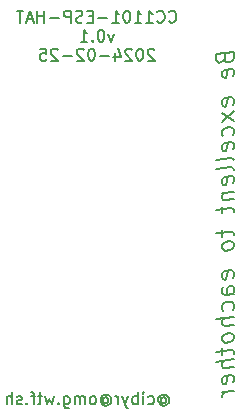
<source format=gbo>
G04 #@! TF.GenerationSoftware,KiCad,Pcbnew,6.0.2+dfsg-1*
G04 #@! TF.CreationDate,2024-02-25T21:37:04-08:00*
G04 #@! TF.ProjectId,cchat,63636861-742e-46b6-9963-61645f706362,rev?*
G04 #@! TF.SameCoordinates,Original*
G04 #@! TF.FileFunction,Legend,Bot*
G04 #@! TF.FilePolarity,Positive*
%FSLAX46Y46*%
G04 Gerber Fmt 4.6, Leading zero omitted, Abs format (unit mm)*
G04 Created by KiCad (PCBNEW 6.0.2+dfsg-1) date 2024-02-25 21:37:04*
%MOMM*%
%LPD*%
G01*
G04 APERTURE LIST*
G04 Aperture macros list*
%AMRoundRect*
0 Rectangle with rounded corners*
0 $1 Rounding radius*
0 $2 $3 $4 $5 $6 $7 $8 $9 X,Y pos of 4 corners*
0 Add a 4 corners polygon primitive as box body*
4,1,4,$2,$3,$4,$5,$6,$7,$8,$9,$2,$3,0*
0 Add four circle primitives for the rounded corners*
1,1,$1+$1,$2,$3*
1,1,$1+$1,$4,$5*
1,1,$1+$1,$6,$7*
1,1,$1+$1,$8,$9*
0 Add four rect primitives between the rounded corners*
20,1,$1+$1,$2,$3,$4,$5,0*
20,1,$1+$1,$4,$5,$6,$7,0*
20,1,$1+$1,$6,$7,$8,$9,0*
20,1,$1+$1,$8,$9,$2,$3,0*%
G04 Aperture macros list end*
%ADD10C,0.150000*%
%ADD11C,1.448000*%
%ADD12C,3.000000*%
%ADD13RoundRect,0.102000X-1.000000X-1.000000X1.000000X-1.000000X1.000000X1.000000X-1.000000X1.000000X0*%
%ADD14C,2.204000*%
%ADD15RoundRect,0.102000X-0.750000X1.750000X-0.750000X-1.750000X0.750000X-1.750000X0.750000X1.750000X0*%
G04 APERTURE END LIST*
D10*
X130338095Y-114176190D02*
X130385714Y-114128571D01*
X130480952Y-114080952D01*
X130576190Y-114080952D01*
X130671428Y-114128571D01*
X130719047Y-114176190D01*
X130766666Y-114271428D01*
X130766666Y-114366666D01*
X130719047Y-114461904D01*
X130671428Y-114509523D01*
X130576190Y-114557142D01*
X130480952Y-114557142D01*
X130385714Y-114509523D01*
X130338095Y-114461904D01*
X130338095Y-114080952D02*
X130338095Y-114461904D01*
X130290476Y-114509523D01*
X130242857Y-114509523D01*
X130147619Y-114461904D01*
X130100000Y-114366666D01*
X130100000Y-114128571D01*
X130195238Y-113985714D01*
X130338095Y-113890476D01*
X130528571Y-113842857D01*
X130719047Y-113890476D01*
X130861904Y-113985714D01*
X130957142Y-114128571D01*
X131004761Y-114319047D01*
X130957142Y-114509523D01*
X130861904Y-114652380D01*
X130719047Y-114747619D01*
X130528571Y-114795238D01*
X130338095Y-114747619D01*
X130195238Y-114652380D01*
X129242857Y-114604761D02*
X129338095Y-114652380D01*
X129528571Y-114652380D01*
X129623809Y-114604761D01*
X129671428Y-114557142D01*
X129719047Y-114461904D01*
X129719047Y-114176190D01*
X129671428Y-114080952D01*
X129623809Y-114033333D01*
X129528571Y-113985714D01*
X129338095Y-113985714D01*
X129242857Y-114033333D01*
X128814285Y-114652380D02*
X128814285Y-113985714D01*
X128814285Y-113652380D02*
X128861904Y-113700000D01*
X128814285Y-113747619D01*
X128766666Y-113700000D01*
X128814285Y-113652380D01*
X128814285Y-113747619D01*
X128338095Y-114652380D02*
X128338095Y-113652380D01*
X128338095Y-114033333D02*
X128242857Y-113985714D01*
X128052380Y-113985714D01*
X127957142Y-114033333D01*
X127909523Y-114080952D01*
X127861904Y-114176190D01*
X127861904Y-114461904D01*
X127909523Y-114557142D01*
X127957142Y-114604761D01*
X128052380Y-114652380D01*
X128242857Y-114652380D01*
X128338095Y-114604761D01*
X127528571Y-113985714D02*
X127290476Y-114652380D01*
X127052380Y-113985714D02*
X127290476Y-114652380D01*
X127385714Y-114890476D01*
X127433333Y-114938095D01*
X127528571Y-114985714D01*
X126671428Y-114652380D02*
X126671428Y-113985714D01*
X126671428Y-114176190D02*
X126623809Y-114080952D01*
X126576190Y-114033333D01*
X126480952Y-113985714D01*
X126385714Y-113985714D01*
X125433333Y-114176190D02*
X125480952Y-114128571D01*
X125576190Y-114080952D01*
X125671428Y-114080952D01*
X125766666Y-114128571D01*
X125814285Y-114176190D01*
X125861904Y-114271428D01*
X125861904Y-114366666D01*
X125814285Y-114461904D01*
X125766666Y-114509523D01*
X125671428Y-114557142D01*
X125576190Y-114557142D01*
X125480952Y-114509523D01*
X125433333Y-114461904D01*
X125433333Y-114080952D02*
X125433333Y-114461904D01*
X125385714Y-114509523D01*
X125338095Y-114509523D01*
X125242857Y-114461904D01*
X125195238Y-114366666D01*
X125195238Y-114128571D01*
X125290476Y-113985714D01*
X125433333Y-113890476D01*
X125623809Y-113842857D01*
X125814285Y-113890476D01*
X125957142Y-113985714D01*
X126052380Y-114128571D01*
X126100000Y-114319047D01*
X126052380Y-114509523D01*
X125957142Y-114652380D01*
X125814285Y-114747619D01*
X125623809Y-114795238D01*
X125433333Y-114747619D01*
X125290476Y-114652380D01*
X124623809Y-114652380D02*
X124719047Y-114604761D01*
X124766666Y-114557142D01*
X124814285Y-114461904D01*
X124814285Y-114176190D01*
X124766666Y-114080952D01*
X124719047Y-114033333D01*
X124623809Y-113985714D01*
X124480952Y-113985714D01*
X124385714Y-114033333D01*
X124338095Y-114080952D01*
X124290476Y-114176190D01*
X124290476Y-114461904D01*
X124338095Y-114557142D01*
X124385714Y-114604761D01*
X124480952Y-114652380D01*
X124623809Y-114652380D01*
X123861904Y-114652380D02*
X123861904Y-113985714D01*
X123861904Y-114080952D02*
X123814285Y-114033333D01*
X123719047Y-113985714D01*
X123576190Y-113985714D01*
X123480952Y-114033333D01*
X123433333Y-114128571D01*
X123433333Y-114652380D01*
X123433333Y-114128571D02*
X123385714Y-114033333D01*
X123290476Y-113985714D01*
X123147619Y-113985714D01*
X123052380Y-114033333D01*
X123004761Y-114128571D01*
X123004761Y-114652380D01*
X122100000Y-113985714D02*
X122100000Y-114795238D01*
X122147619Y-114890476D01*
X122195238Y-114938095D01*
X122290476Y-114985714D01*
X122433333Y-114985714D01*
X122528571Y-114938095D01*
X122100000Y-114604761D02*
X122195238Y-114652380D01*
X122385714Y-114652380D01*
X122480952Y-114604761D01*
X122528571Y-114557142D01*
X122576190Y-114461904D01*
X122576190Y-114176190D01*
X122528571Y-114080952D01*
X122480952Y-114033333D01*
X122385714Y-113985714D01*
X122195238Y-113985714D01*
X122100000Y-114033333D01*
X121623809Y-114557142D02*
X121576190Y-114604761D01*
X121623809Y-114652380D01*
X121671428Y-114604761D01*
X121623809Y-114557142D01*
X121623809Y-114652380D01*
X121242857Y-113985714D02*
X121052380Y-114652380D01*
X120861904Y-114176190D01*
X120671428Y-114652380D01*
X120480952Y-113985714D01*
X120242857Y-113985714D02*
X119861904Y-113985714D01*
X120100000Y-113652380D02*
X120100000Y-114509523D01*
X120052380Y-114604761D01*
X119957142Y-114652380D01*
X119861904Y-114652380D01*
X119671428Y-113985714D02*
X119290476Y-113985714D01*
X119528571Y-114652380D02*
X119528571Y-113795238D01*
X119480952Y-113700000D01*
X119385714Y-113652380D01*
X119290476Y-113652380D01*
X118957142Y-114557142D02*
X118909523Y-114604761D01*
X118957142Y-114652380D01*
X119004761Y-114604761D01*
X118957142Y-114557142D01*
X118957142Y-114652380D01*
X118528571Y-114604761D02*
X118433333Y-114652380D01*
X118242857Y-114652380D01*
X118147619Y-114604761D01*
X118100000Y-114509523D01*
X118100000Y-114461904D01*
X118147619Y-114366666D01*
X118242857Y-114319047D01*
X118385714Y-114319047D01*
X118480952Y-114271428D01*
X118528571Y-114176190D01*
X118528571Y-114128571D01*
X118480952Y-114033333D01*
X118385714Y-113985714D01*
X118242857Y-113985714D01*
X118147619Y-114033333D01*
X117671428Y-114652380D02*
X117671428Y-113652380D01*
X117242857Y-114652380D02*
X117242857Y-114128571D01*
X117290476Y-114033333D01*
X117385714Y-113985714D01*
X117528571Y-113985714D01*
X117623809Y-114033333D01*
X117671428Y-114080952D01*
X135692857Y-85391919D02*
X135764285Y-85597276D01*
X135835714Y-85659776D01*
X135978571Y-85713348D01*
X136192857Y-85686562D01*
X136335714Y-85597276D01*
X136407142Y-85516919D01*
X136478571Y-85365133D01*
X136478571Y-84793705D01*
X134978571Y-84981205D01*
X134978571Y-85481205D01*
X135050000Y-85615133D01*
X135121428Y-85677633D01*
X135264285Y-85731205D01*
X135407142Y-85713348D01*
X135550000Y-85624062D01*
X135621428Y-85543705D01*
X135692857Y-85391919D01*
X135692857Y-84891919D01*
X136407142Y-86874062D02*
X136478571Y-86722276D01*
X136478571Y-86436562D01*
X136407142Y-86302633D01*
X136264285Y-86249062D01*
X135692857Y-86320491D01*
X135550000Y-86409776D01*
X135478571Y-86561562D01*
X135478571Y-86847276D01*
X135550000Y-86981205D01*
X135692857Y-87034776D01*
X135835714Y-87016919D01*
X135978571Y-86284776D01*
X136407142Y-89302633D02*
X136478571Y-89150848D01*
X136478571Y-88865133D01*
X136407142Y-88731205D01*
X136264285Y-88677633D01*
X135692857Y-88749062D01*
X135550000Y-88838348D01*
X135478571Y-88990133D01*
X135478571Y-89275848D01*
X135550000Y-89409776D01*
X135692857Y-89463348D01*
X135835714Y-89445491D01*
X135978571Y-88713348D01*
X136478571Y-89865133D02*
X135478571Y-90775848D01*
X135478571Y-89990133D02*
X136478571Y-90650848D01*
X136407142Y-91874062D02*
X136478571Y-91722276D01*
X136478571Y-91436562D01*
X136407142Y-91302633D01*
X136335714Y-91240133D01*
X136192857Y-91186562D01*
X135764285Y-91240133D01*
X135621428Y-91329419D01*
X135550000Y-91409776D01*
X135478571Y-91561562D01*
X135478571Y-91847276D01*
X135550000Y-91981205D01*
X136407142Y-93088348D02*
X136478571Y-92936562D01*
X136478571Y-92650848D01*
X136407142Y-92516919D01*
X136264285Y-92463348D01*
X135692857Y-92534776D01*
X135550000Y-92624062D01*
X135478571Y-92775848D01*
X135478571Y-93061562D01*
X135550000Y-93195491D01*
X135692857Y-93249062D01*
X135835714Y-93231205D01*
X135978571Y-92499062D01*
X136478571Y-94007991D02*
X136407142Y-93874062D01*
X136264285Y-93820491D01*
X134978571Y-93981205D01*
X136478571Y-94793705D02*
X136407142Y-94659776D01*
X136264285Y-94606205D01*
X134978571Y-94766919D01*
X136407142Y-95945491D02*
X136478571Y-95793705D01*
X136478571Y-95507991D01*
X136407142Y-95374062D01*
X136264285Y-95320491D01*
X135692857Y-95391919D01*
X135550000Y-95481205D01*
X135478571Y-95632991D01*
X135478571Y-95918705D01*
X135550000Y-96052633D01*
X135692857Y-96106205D01*
X135835714Y-96088348D01*
X135978571Y-95356205D01*
X135478571Y-96775848D02*
X136478571Y-96650848D01*
X135621428Y-96757991D02*
X135550000Y-96838348D01*
X135478571Y-96990133D01*
X135478571Y-97204419D01*
X135550000Y-97338348D01*
X135692857Y-97391919D01*
X136478571Y-97293705D01*
X135478571Y-97918705D02*
X135478571Y-98490133D01*
X134978571Y-98195491D02*
X136264285Y-98034776D01*
X136407142Y-98088348D01*
X136478571Y-98222276D01*
X136478571Y-98365133D01*
X135478571Y-99918705D02*
X135478571Y-100490133D01*
X134978571Y-100195491D02*
X136264285Y-100034776D01*
X136407142Y-100088348D01*
X136478571Y-100222276D01*
X136478571Y-100365133D01*
X136478571Y-101079419D02*
X136407142Y-100945491D01*
X136335714Y-100882991D01*
X136192857Y-100829419D01*
X135764285Y-100882991D01*
X135621428Y-100972276D01*
X135550000Y-101052633D01*
X135478571Y-101204419D01*
X135478571Y-101418705D01*
X135550000Y-101552633D01*
X135621428Y-101615133D01*
X135764285Y-101668705D01*
X136192857Y-101615133D01*
X136335714Y-101525848D01*
X136407142Y-101445491D01*
X136478571Y-101293705D01*
X136478571Y-101079419D01*
X136407142Y-103945491D02*
X136478571Y-103793705D01*
X136478571Y-103507991D01*
X136407142Y-103374062D01*
X136264285Y-103320491D01*
X135692857Y-103391919D01*
X135550000Y-103481205D01*
X135478571Y-103632991D01*
X135478571Y-103918705D01*
X135550000Y-104052633D01*
X135692857Y-104106205D01*
X135835714Y-104088348D01*
X135978571Y-103356205D01*
X136478571Y-105293705D02*
X135692857Y-105391919D01*
X135550000Y-105338348D01*
X135478571Y-105204419D01*
X135478571Y-104918705D01*
X135550000Y-104766919D01*
X136407142Y-105302633D02*
X136478571Y-105150848D01*
X136478571Y-104793705D01*
X136407142Y-104659776D01*
X136264285Y-104606205D01*
X136121428Y-104624062D01*
X135978571Y-104713348D01*
X135907142Y-104865133D01*
X135907142Y-105222276D01*
X135835714Y-105374062D01*
X136407142Y-106659776D02*
X136478571Y-106507991D01*
X136478571Y-106222276D01*
X136407142Y-106088348D01*
X136335714Y-106025848D01*
X136192857Y-105972276D01*
X135764285Y-106025848D01*
X135621428Y-106115133D01*
X135550000Y-106195491D01*
X135478571Y-106347276D01*
X135478571Y-106632991D01*
X135550000Y-106766919D01*
X136478571Y-107293705D02*
X134978571Y-107481205D01*
X136478571Y-107936562D02*
X135692857Y-108034776D01*
X135550000Y-107981205D01*
X135478571Y-107847276D01*
X135478571Y-107632991D01*
X135550000Y-107481205D01*
X135621428Y-107400848D01*
X136478571Y-108865133D02*
X136407142Y-108731205D01*
X136335714Y-108668705D01*
X136192857Y-108615133D01*
X135764285Y-108668705D01*
X135621428Y-108757991D01*
X135550000Y-108838348D01*
X135478571Y-108990133D01*
X135478571Y-109204419D01*
X135550000Y-109338348D01*
X135621428Y-109400848D01*
X135764285Y-109454419D01*
X136192857Y-109400848D01*
X136335714Y-109311562D01*
X136407142Y-109231205D01*
X136478571Y-109079419D01*
X136478571Y-108865133D01*
X135478571Y-109918705D02*
X135478571Y-110490133D01*
X134978571Y-110195491D02*
X136264285Y-110034776D01*
X136407142Y-110088348D01*
X136478571Y-110222276D01*
X136478571Y-110365133D01*
X136478571Y-110865133D02*
X134978571Y-111052633D01*
X136478571Y-111507991D02*
X135692857Y-111606205D01*
X135550000Y-111552633D01*
X135478571Y-111418705D01*
X135478571Y-111204419D01*
X135550000Y-111052633D01*
X135621428Y-110972276D01*
X136407142Y-112802633D02*
X136478571Y-112650848D01*
X136478571Y-112365133D01*
X136407142Y-112231205D01*
X136264285Y-112177633D01*
X135692857Y-112249062D01*
X135550000Y-112338348D01*
X135478571Y-112490133D01*
X135478571Y-112775848D01*
X135550000Y-112909776D01*
X135692857Y-112963348D01*
X135835714Y-112945491D01*
X135978571Y-112213348D01*
X136478571Y-113507991D02*
X135478571Y-113632991D01*
X135764285Y-113597276D02*
X135621428Y-113686562D01*
X135550000Y-113766919D01*
X135478571Y-113918705D01*
X135478571Y-114061562D01*
X130995238Y-82247142D02*
X131042857Y-82294761D01*
X131185714Y-82342380D01*
X131280952Y-82342380D01*
X131423809Y-82294761D01*
X131519047Y-82199523D01*
X131566666Y-82104285D01*
X131614285Y-81913809D01*
X131614285Y-81770952D01*
X131566666Y-81580476D01*
X131519047Y-81485238D01*
X131423809Y-81390000D01*
X131280952Y-81342380D01*
X131185714Y-81342380D01*
X131042857Y-81390000D01*
X130995238Y-81437619D01*
X129995238Y-82247142D02*
X130042857Y-82294761D01*
X130185714Y-82342380D01*
X130280952Y-82342380D01*
X130423809Y-82294761D01*
X130519047Y-82199523D01*
X130566666Y-82104285D01*
X130614285Y-81913809D01*
X130614285Y-81770952D01*
X130566666Y-81580476D01*
X130519047Y-81485238D01*
X130423809Y-81390000D01*
X130280952Y-81342380D01*
X130185714Y-81342380D01*
X130042857Y-81390000D01*
X129995238Y-81437619D01*
X129042857Y-82342380D02*
X129614285Y-82342380D01*
X129328571Y-82342380D02*
X129328571Y-81342380D01*
X129423809Y-81485238D01*
X129519047Y-81580476D01*
X129614285Y-81628095D01*
X128090476Y-82342380D02*
X128661904Y-82342380D01*
X128376190Y-82342380D02*
X128376190Y-81342380D01*
X128471428Y-81485238D01*
X128566666Y-81580476D01*
X128661904Y-81628095D01*
X127471428Y-81342380D02*
X127376190Y-81342380D01*
X127280952Y-81390000D01*
X127233333Y-81437619D01*
X127185714Y-81532857D01*
X127138095Y-81723333D01*
X127138095Y-81961428D01*
X127185714Y-82151904D01*
X127233333Y-82247142D01*
X127280952Y-82294761D01*
X127376190Y-82342380D01*
X127471428Y-82342380D01*
X127566666Y-82294761D01*
X127614285Y-82247142D01*
X127661904Y-82151904D01*
X127709523Y-81961428D01*
X127709523Y-81723333D01*
X127661904Y-81532857D01*
X127614285Y-81437619D01*
X127566666Y-81390000D01*
X127471428Y-81342380D01*
X126185714Y-82342380D02*
X126757142Y-82342380D01*
X126471428Y-82342380D02*
X126471428Y-81342380D01*
X126566666Y-81485238D01*
X126661904Y-81580476D01*
X126757142Y-81628095D01*
X125757142Y-81961428D02*
X124995238Y-81961428D01*
X124519047Y-81818571D02*
X124185714Y-81818571D01*
X124042857Y-82342380D02*
X124519047Y-82342380D01*
X124519047Y-81342380D01*
X124042857Y-81342380D01*
X123661904Y-82294761D02*
X123519047Y-82342380D01*
X123280952Y-82342380D01*
X123185714Y-82294761D01*
X123138095Y-82247142D01*
X123090476Y-82151904D01*
X123090476Y-82056666D01*
X123138095Y-81961428D01*
X123185714Y-81913809D01*
X123280952Y-81866190D01*
X123471428Y-81818571D01*
X123566666Y-81770952D01*
X123614285Y-81723333D01*
X123661904Y-81628095D01*
X123661904Y-81532857D01*
X123614285Y-81437619D01*
X123566666Y-81390000D01*
X123471428Y-81342380D01*
X123233333Y-81342380D01*
X123090476Y-81390000D01*
X122661904Y-82342380D02*
X122661904Y-81342380D01*
X122280952Y-81342380D01*
X122185714Y-81390000D01*
X122138095Y-81437619D01*
X122090476Y-81532857D01*
X122090476Y-81675714D01*
X122138095Y-81770952D01*
X122185714Y-81818571D01*
X122280952Y-81866190D01*
X122661904Y-81866190D01*
X121661904Y-81961428D02*
X120900000Y-81961428D01*
X120423809Y-82342380D02*
X120423809Y-81342380D01*
X120423809Y-81818571D02*
X119852380Y-81818571D01*
X119852380Y-82342380D02*
X119852380Y-81342380D01*
X119423809Y-82056666D02*
X118947619Y-82056666D01*
X119519047Y-82342380D02*
X119185714Y-81342380D01*
X118852380Y-82342380D01*
X118661904Y-81342380D02*
X118090476Y-81342380D01*
X118376190Y-82342380D02*
X118376190Y-81342380D01*
X126328571Y-83285714D02*
X126090476Y-83952380D01*
X125852380Y-83285714D01*
X125280952Y-82952380D02*
X125185714Y-82952380D01*
X125090476Y-83000000D01*
X125042857Y-83047619D01*
X124995238Y-83142857D01*
X124947619Y-83333333D01*
X124947619Y-83571428D01*
X124995238Y-83761904D01*
X125042857Y-83857142D01*
X125090476Y-83904761D01*
X125185714Y-83952380D01*
X125280952Y-83952380D01*
X125376190Y-83904761D01*
X125423809Y-83857142D01*
X125471428Y-83761904D01*
X125519047Y-83571428D01*
X125519047Y-83333333D01*
X125471428Y-83142857D01*
X125423809Y-83047619D01*
X125376190Y-83000000D01*
X125280952Y-82952380D01*
X124519047Y-83857142D02*
X124471428Y-83904761D01*
X124519047Y-83952380D01*
X124566666Y-83904761D01*
X124519047Y-83857142D01*
X124519047Y-83952380D01*
X123519047Y-83952380D02*
X124090476Y-83952380D01*
X123804761Y-83952380D02*
X123804761Y-82952380D01*
X123900000Y-83095238D01*
X123995238Y-83190476D01*
X124090476Y-83238095D01*
X129757142Y-84657619D02*
X129709523Y-84610000D01*
X129614285Y-84562380D01*
X129376190Y-84562380D01*
X129280952Y-84610000D01*
X129233333Y-84657619D01*
X129185714Y-84752857D01*
X129185714Y-84848095D01*
X129233333Y-84990952D01*
X129804761Y-85562380D01*
X129185714Y-85562380D01*
X128566666Y-84562380D02*
X128471428Y-84562380D01*
X128376190Y-84610000D01*
X128328571Y-84657619D01*
X128280952Y-84752857D01*
X128233333Y-84943333D01*
X128233333Y-85181428D01*
X128280952Y-85371904D01*
X128328571Y-85467142D01*
X128376190Y-85514761D01*
X128471428Y-85562380D01*
X128566666Y-85562380D01*
X128661904Y-85514761D01*
X128709523Y-85467142D01*
X128757142Y-85371904D01*
X128804761Y-85181428D01*
X128804761Y-84943333D01*
X128757142Y-84752857D01*
X128709523Y-84657619D01*
X128661904Y-84610000D01*
X128566666Y-84562380D01*
X127852380Y-84657619D02*
X127804761Y-84610000D01*
X127709523Y-84562380D01*
X127471428Y-84562380D01*
X127376190Y-84610000D01*
X127328571Y-84657619D01*
X127280952Y-84752857D01*
X127280952Y-84848095D01*
X127328571Y-84990952D01*
X127900000Y-85562380D01*
X127280952Y-85562380D01*
X126423809Y-84895714D02*
X126423809Y-85562380D01*
X126661904Y-84514761D02*
X126900000Y-85229047D01*
X126280952Y-85229047D01*
X125900000Y-85181428D02*
X125138095Y-85181428D01*
X124471428Y-84562380D02*
X124376190Y-84562380D01*
X124280952Y-84610000D01*
X124233333Y-84657619D01*
X124185714Y-84752857D01*
X124138095Y-84943333D01*
X124138095Y-85181428D01*
X124185714Y-85371904D01*
X124233333Y-85467142D01*
X124280952Y-85514761D01*
X124376190Y-85562380D01*
X124471428Y-85562380D01*
X124566666Y-85514761D01*
X124614285Y-85467142D01*
X124661904Y-85371904D01*
X124709523Y-85181428D01*
X124709523Y-84943333D01*
X124661904Y-84752857D01*
X124614285Y-84657619D01*
X124566666Y-84610000D01*
X124471428Y-84562380D01*
X123757142Y-84657619D02*
X123709523Y-84610000D01*
X123614285Y-84562380D01*
X123376190Y-84562380D01*
X123280952Y-84610000D01*
X123233333Y-84657619D01*
X123185714Y-84752857D01*
X123185714Y-84848095D01*
X123233333Y-84990952D01*
X123804761Y-85562380D01*
X123185714Y-85562380D01*
X122757142Y-85181428D02*
X121995238Y-85181428D01*
X121566666Y-84657619D02*
X121519047Y-84610000D01*
X121423809Y-84562380D01*
X121185714Y-84562380D01*
X121090476Y-84610000D01*
X121042857Y-84657619D01*
X120995238Y-84752857D01*
X120995238Y-84848095D01*
X121042857Y-84990952D01*
X121614285Y-85562380D01*
X120995238Y-85562380D01*
X120090476Y-84562380D02*
X120566666Y-84562380D01*
X120614285Y-85038571D01*
X120566666Y-84990952D01*
X120471428Y-84943333D01*
X120233333Y-84943333D01*
X120138095Y-84990952D01*
X120090476Y-85038571D01*
X120042857Y-85133809D01*
X120042857Y-85371904D01*
X120090476Y-85467142D01*
X120138095Y-85514761D01*
X120233333Y-85562380D01*
X120471428Y-85562380D01*
X120566666Y-85514761D01*
X120614285Y-85467142D01*
%LPC*%
D11*
X136000000Y-117300000D03*
X119700000Y-117900000D03*
D12*
X114635000Y-77990000D03*
X139145000Y-124940000D03*
X114635000Y-124940000D03*
X139145000Y-77990000D03*
D13*
X114215000Y-85950000D03*
D14*
X114215000Y-88490000D03*
X114215000Y-91030000D03*
X114215000Y-93570000D03*
X114215000Y-96110000D03*
X114215000Y-98650000D03*
X114215000Y-101190000D03*
X114215000Y-103730000D03*
X114215000Y-106270000D03*
X114215000Y-108810000D03*
X114215000Y-111350000D03*
X114215000Y-113890000D03*
X114215000Y-116430000D03*
X114215000Y-118970000D03*
X114215000Y-121510000D03*
X139615000Y-121510000D03*
X139615000Y-118970000D03*
X139615000Y-116430000D03*
X139615000Y-113890000D03*
X139615000Y-111350000D03*
X139615000Y-108810000D03*
X139615000Y-106270000D03*
X139615000Y-103730000D03*
X139615000Y-101190000D03*
X139615000Y-98650000D03*
X139615000Y-96110000D03*
X139615000Y-93570000D03*
X139615000Y-91030000D03*
X139615000Y-88490000D03*
X139615000Y-85950000D03*
D15*
X122600000Y-77972500D03*
X117200000Y-77972500D03*
D11*
X131000000Y-78900000D03*
M02*

</source>
